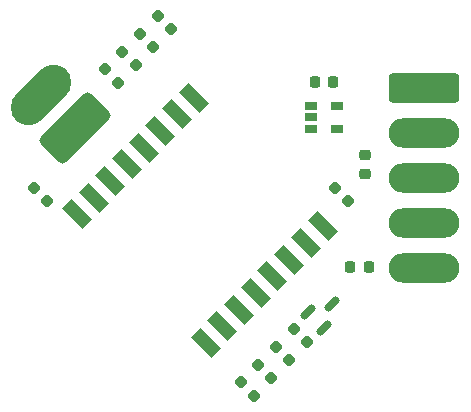
<source format=gtp>
G04 #@! TF.GenerationSoftware,KiCad,Pcbnew,8.0.7-unknown-1000.20241208gitf899755.fc40*
G04 #@! TF.CreationDate,2024-12-14T19:17:03-08:00*
G04 #@! TF.ProjectId,led-ctrl-24v,6c65642d-6374-4726-9c2d-3234762e6b69,rev?*
G04 #@! TF.SameCoordinates,Original*
G04 #@! TF.FileFunction,Paste,Top*
G04 #@! TF.FilePolarity,Positive*
%FSLAX46Y46*%
G04 Gerber Fmt 4.6, Leading zero omitted, Abs format (unit mm)*
G04 Created by KiCad (PCBNEW 8.0.7-unknown-1000.20241208gitf899755.fc40) date 2024-12-14 19:17:03*
%MOMM*%
%LPD*%
G01*
G04 APERTURE LIST*
G04 Aperture macros list*
%AMRoundRect*
0 Rectangle with rounded corners*
0 $1 Rounding radius*
0 $2 $3 $4 $5 $6 $7 $8 $9 X,Y pos of 4 corners*
0 Add a 4 corners polygon primitive as box body*
4,1,4,$2,$3,$4,$5,$6,$7,$8,$9,$2,$3,0*
0 Add four circle primitives for the rounded corners*
1,1,$1+$1,$2,$3*
1,1,$1+$1,$4,$5*
1,1,$1+$1,$6,$7*
1,1,$1+$1,$8,$9*
0 Add four rect primitives between the rounded corners*
20,1,$1+$1,$2,$3,$4,$5,0*
20,1,$1+$1,$4,$5,$6,$7,0*
20,1,$1+$1,$6,$7,$8,$9,0*
20,1,$1+$1,$8,$9,$2,$3,0*%
%AMHorizOval*
0 Thick line with rounded ends*
0 $1 width*
0 $2 $3 position (X,Y) of the first rounded end (center of the circle)*
0 $4 $5 position (X,Y) of the second rounded end (center of the circle)*
0 Add line between two ends*
20,1,$1,$2,$3,$4,$5,0*
0 Add two circle primitives to create the rounded ends*
1,1,$1,$2,$3*
1,1,$1,$4,$5*%
%AMRotRect*
0 Rectangle, with rotation*
0 The origin of the aperture is its center*
0 $1 length*
0 $2 width*
0 $3 Rotation angle, in degrees counterclockwise*
0 Add horizontal line*
21,1,$1,$2,0,0,$3*%
G04 Aperture macros list end*
%ADD10RoundRect,0.218750X0.218750X0.256250X-0.218750X0.256250X-0.218750X-0.256250X0.218750X-0.256250X0*%
%ADD11RoundRect,0.218750X0.335876X0.026517X0.026517X0.335876X-0.335876X-0.026517X-0.026517X-0.335876X0*%
%ADD12RoundRect,0.218750X-0.335876X-0.026517X-0.026517X-0.335876X0.335876X0.026517X0.026517X0.335876X0*%
%ADD13RoundRect,0.218750X-0.218750X-0.256250X0.218750X-0.256250X0.218750X0.256250X-0.218750X0.256250X0*%
%ADD14RotRect,2.500000X1.100000X135.000000*%
%ADD15RoundRect,0.416667X2.592724X1.060660X1.060660X2.592724X-2.592724X-1.060660X-1.060660X-2.592724X0*%
%ADD16HorizOval,3.000000X1.060660X1.060660X-1.060660X-1.060660X0*%
%ADD17R,1.060000X0.650000*%
%ADD18RoundRect,0.150000X-0.309359X-0.521491X0.521491X0.309359X0.309359X0.521491X-0.521491X-0.309359X0*%
%ADD19RoundRect,0.347223X-2.652777X0.902777X-2.652777X-0.902777X2.652777X-0.902777X2.652777X0.902777X0*%
%ADD20O,6.000000X2.500000*%
%ADD21RoundRect,0.218750X-0.256250X0.218750X-0.256250X-0.218750X0.256250X-0.218750X0.256250X0.218750X0*%
G04 APERTURE END LIST*
D10*
G04 #@! TO.C,C2*
X98787500Y-114000000D03*
X97212500Y-114000000D03*
G04 #@! TD*
D11*
G04 #@! TO.C,R6*
X92056847Y-140556847D03*
X90943153Y-139443153D03*
G04 #@! TD*
G04 #@! TO.C,R5*
X93556847Y-139056847D03*
X92443153Y-137943153D03*
G04 #@! TD*
D12*
G04 #@! TO.C,R2*
X83943153Y-108443153D03*
X85056847Y-109556847D03*
G04 #@! TD*
D11*
G04 #@! TO.C,R3*
X95056847Y-137556847D03*
X93943153Y-136443153D03*
G04 #@! TD*
D13*
G04 #@! TO.C,R8*
X100212500Y-129700000D03*
X101787500Y-129700000D03*
G04 #@! TD*
D12*
G04 #@! TO.C,R4*
X73443153Y-122943153D03*
X74556847Y-124056847D03*
G04 #@! TD*
D14*
G04 #@! TO.C,U2*
X87981460Y-136107985D03*
X89395674Y-134693771D03*
X90809887Y-133279558D03*
X92224101Y-131865344D03*
X93638314Y-130451131D03*
X95052528Y-129036917D03*
X96466741Y-127622704D03*
X97880955Y-126208490D03*
X86991510Y-115319045D03*
X85577296Y-116733259D03*
X84163083Y-118147472D03*
X82748869Y-119561686D03*
X81334656Y-120975899D03*
X79920442Y-122390113D03*
X78506229Y-123804327D03*
X77092015Y-125218540D03*
G04 #@! TD*
D15*
G04 #@! TO.C,J2*
X76914214Y-117914214D03*
D16*
X74085786Y-115085786D03*
G04 #@! TD*
D17*
G04 #@! TO.C,U4*
X96900000Y-116050000D03*
X96900000Y-117000000D03*
X96900000Y-117950000D03*
X99100000Y-117950000D03*
X99100000Y-116050000D03*
G04 #@! TD*
D11*
G04 #@! TO.C,C1*
X100056847Y-124056847D03*
X98943153Y-122943153D03*
G04 #@! TD*
D12*
G04 #@! TO.C,R1*
X80943153Y-111443153D03*
X82056847Y-112556847D03*
G04 #@! TD*
G04 #@! TO.C,R7*
X95443153Y-134943153D03*
X96556847Y-136056847D03*
G04 #@! TD*
D18*
G04 #@! TO.C,Q1*
X96665336Y-133491161D03*
X98008839Y-134834664D03*
X98662913Y-132837087D03*
G04 #@! TD*
D11*
G04 #@! TO.C,R14*
X83556847Y-111056847D03*
X82443153Y-109943153D03*
G04 #@! TD*
D19*
G04 #@! TO.C,J3*
X106500000Y-114480000D03*
D20*
X106500000Y-118290000D03*
X106500000Y-122100000D03*
X106500000Y-125910000D03*
X106500000Y-129720000D03*
G04 #@! TD*
D21*
G04 #@! TO.C,R9*
X101500000Y-120212499D03*
X101500000Y-121787501D03*
G04 #@! TD*
D12*
G04 #@! TO.C,R12*
X79443153Y-112943153D03*
X80556847Y-114056847D03*
G04 #@! TD*
M02*

</source>
